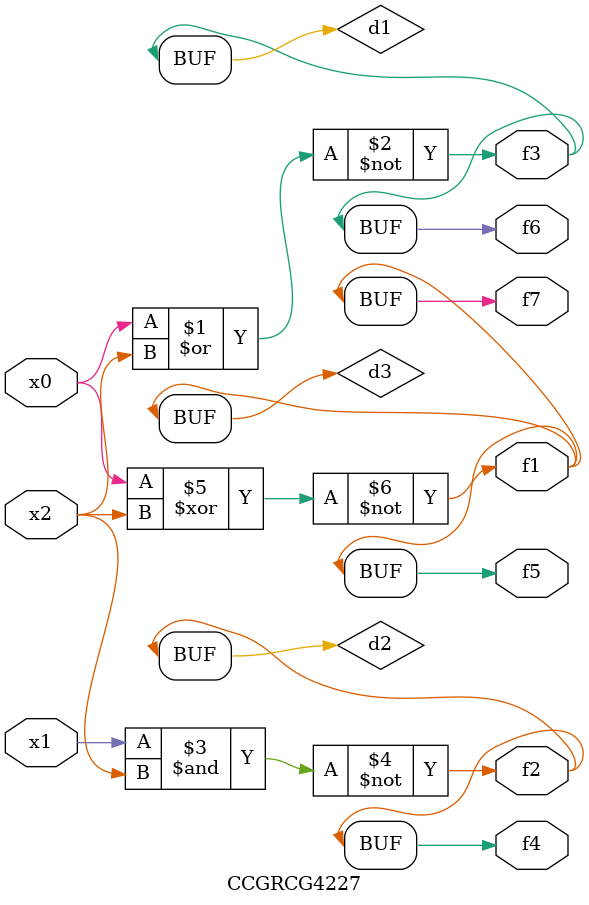
<source format=v>
module CCGRCG4227(
	input x0, x1, x2,
	output f1, f2, f3, f4, f5, f6, f7
);

	wire d1, d2, d3;

	nor (d1, x0, x2);
	nand (d2, x1, x2);
	xnor (d3, x0, x2);
	assign f1 = d3;
	assign f2 = d2;
	assign f3 = d1;
	assign f4 = d2;
	assign f5 = d3;
	assign f6 = d1;
	assign f7 = d3;
endmodule

</source>
